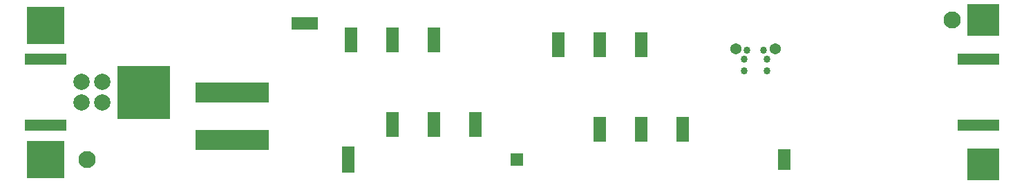
<source format=gbs>
*%FSLAX24Y24*%
*%MOIN*%
G01*
%ADD11C,0.0000*%
%ADD12C,0.0050*%
%ADD13C,0.0060*%
%ADD14C,0.0073*%
%ADD15C,0.0080*%
%ADD16C,0.0098*%
%ADD17C,0.0100*%
%ADD18C,0.0120*%
%ADD19C,0.0160*%
%ADD20C,0.0200*%
%ADD21C,0.0200*%
%ADD22C,0.0240*%
%ADD23C,0.0250*%
%ADD24C,0.0300*%
%ADD25C,0.0300*%
%ADD26C,0.0340*%
%ADD27C,0.0360*%
%ADD28C,0.0394*%
%ADD29C,0.0400*%
%ADD30C,0.0434*%
%ADD31C,0.0440*%
%ADD32C,0.0500*%
%ADD33C,0.0500*%
%ADD34C,0.0540*%
%ADD35C,0.0600*%
%ADD36C,0.0680*%
%ADD37C,0.0700*%
%ADD38C,0.0750*%
%ADD39C,0.0790*%
%ADD40C,0.0827*%
%ADD41C,0.1000*%
%ADD42C,0.1250*%
%ADD43C,0.1450*%
%ADD44C,0.2000*%
%ADD45C,0.2250*%
%ADD46R,0.0200X0.0200*%
%ADD47R,0.0200X0.0500*%
%ADD48R,0.0200X0.0650*%
%ADD49R,0.0200X0.1600*%
%ADD50R,0.0280X0.0600*%
%ADD51R,0.0300X0.0300*%
%ADD52R,0.0300X0.0300*%
%ADD53R,0.0320X0.0560*%
%ADD54R,0.0320X0.0640*%
%ADD55R,0.0340X0.0340*%
%ADD56R,0.0360X0.0600*%
%ADD57R,0.0400X0.0400*%
%ADD58R,0.0400X0.0640*%
%ADD59R,0.0500X0.0400*%
%ADD60R,0.0500X0.0500*%
%ADD61R,0.0500X0.0500*%
%ADD62R,0.0500X0.1200*%
%ADD63R,0.0540X0.0440*%
%ADD64R,0.0540X0.0960*%
%ADD65R,0.0540X0.1140*%
%ADD66R,0.0550X0.0650*%
%ADD67R,0.0591X0.1260*%
%ADD68R,0.0600X0.0600*%
%ADD69R,0.0600X0.0600*%
%ADD70R,0.0600X0.1000*%
%ADD71R,0.0600X0.1200*%
%ADD72R,0.0600X0.1250*%
%ADD73R,0.0631X0.1300*%
%ADD74R,0.0640X0.0640*%
%ADD75R,0.0640X0.1040*%
%ADD76R,0.0640X0.1240*%
%ADD77R,0.0640X0.1290*%
%ADD78R,0.0750X0.0400*%
%ADD79R,0.0800X0.0750*%
%ADD80R,0.0800X0.0800*%
%ADD81R,0.0800X0.1250*%
%ADD82R,0.0850X0.0500*%
%ADD83R,0.0890X0.0540*%
%ADD84R,0.0900X0.0900*%
%ADD85R,0.0940X0.0940*%
%ADD86R,0.1000X0.0500*%
%ADD87R,0.1000X0.1000*%
%ADD88R,0.1040X0.0540*%
%ADD89R,0.1200X0.0500*%
%ADD90R,0.1250X0.0600*%
%ADD91R,0.1290X0.0640*%
%ADD92R,0.1400X0.1400*%
%ADD93R,0.1500X0.0500*%
%ADD94R,0.1500X0.1500*%
%ADD95R,0.1500X0.1500*%
%ADD96R,0.1540X0.0540*%
%ADD97R,0.1540X0.1540*%
%ADD98R,0.1700X0.1700*%
%ADD99R,0.1750X0.1750*%
%ADD100R,0.1790X0.1790*%
%ADD101R,0.1900X0.1900*%
%ADD102R,0.2400X0.1600*%
%ADD103R,0.2500X0.2500*%
%ADD104R,0.2500X0.2500*%
D11*
X73020Y31940D02*
D03*
Y27440D02*
D03*
X70520Y30440D02*
D03*
X71520D02*
D03*
X71020Y28940D02*
D03*
Y27440D02*
D03*
X68270Y26690D02*
D03*
X66770Y28940D02*
D03*
X66020Y26440D02*
D03*
X65770Y30690D02*
D03*
X66020Y31940D02*
D03*
X63770Y30440D02*
D03*
X63520Y28690D02*
D03*
X61020Y26190D02*
D03*
Y28440D02*
D03*
X60020Y32190D02*
D03*
X58520Y29190D02*
D03*
X57520Y27940D02*
D03*
Y32190D02*
D03*
X55520Y27940D02*
D03*
Y32190D02*
D03*
X53520Y27940D02*
D03*
Y32190D02*
D03*
X51520Y29440D02*
D03*
X50520Y31440D02*
D03*
X49520Y26440D02*
D03*
X49270Y29440D02*
D03*
X47520Y30940D02*
D03*
Y27940D02*
D03*
Y32440D02*
D03*
X45520Y27940D02*
D03*
Y32440D02*
D03*
X42770Y30940D02*
D03*
X43520Y32440D02*
D03*
X41520Y27940D02*
D03*
Y29440D02*
D03*
X39270Y30190D02*
D03*
X39770Y28690D02*
D03*
X38270Y32440D02*
D03*
X36770Y28440D02*
D03*
X33020Y27440D02*
D03*
Y31940D02*
D03*
D26*
X62420Y31740D02*
D03*
X61470Y30740D02*
D03*
X62570D02*
D03*
X61470Y31290D02*
D03*
X62570D02*
D03*
X61620Y31740D02*
D03*
D30*
X71520Y33190D02*
D03*
X29770Y26440D02*
D03*
D34*
X62970Y31790D02*
D03*
X61070D02*
D03*
D39*
X29520Y29190D02*
D03*
X30520D02*
D03*
Y30190D02*
D03*
X29520D02*
D03*
D40*
X71520Y33190D02*
D03*
X29770Y26440D02*
D03*
D74*
X50520D02*
D03*
D75*
X63420D02*
D03*
D76*
X54520Y31990D02*
D03*
X56520D02*
D03*
X58520Y27890D02*
D03*
X56520D02*
D03*
X54520D02*
D03*
X52520Y31990D02*
D03*
X42520Y32240D02*
D03*
X44520Y28140D02*
D03*
X46520D02*
D03*
X48520D02*
D03*
X46520Y32240D02*
D03*
X44520D02*
D03*
D77*
X42370Y26440D02*
D03*
D85*
X38070Y29690D02*
X35470D01*
Y27390D02*
X38070D01*
D88*
X27270Y28090D02*
D03*
X28270D02*
D03*
Y31290D02*
D03*
X27270D02*
D03*
X73270D02*
D03*
X72270D02*
D03*
Y28090D02*
D03*
X73270D02*
D03*
D91*
X40270Y33040D02*
D03*
D97*
X73020Y26190D02*
D03*
Y33190D02*
D03*
D100*
X27770Y32940D02*
D03*
Y26440D02*
D03*
D104*
X32500Y29670D02*
X32540D01*
Y29710D01*
X32500D01*
Y29670D01*
D02*
M02*

</source>
